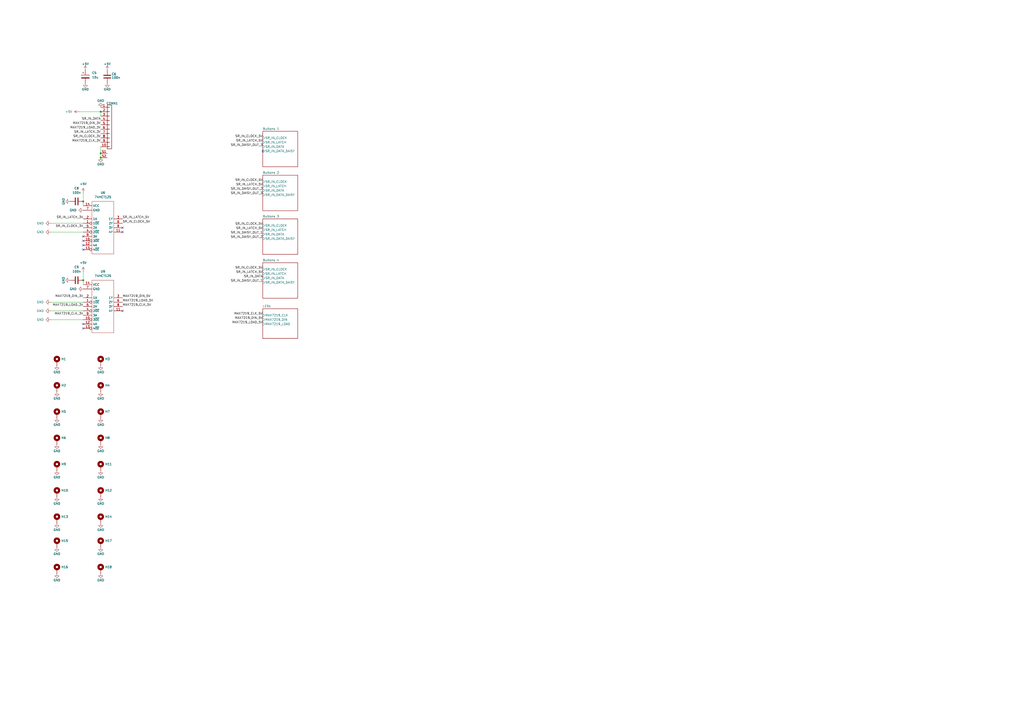
<source format=kicad_sch>
(kicad_sch (version 20250114) (generator "eeschema") (generator_version "9.0")
  (paper "A2")
  (lib_symbols
    (symbol "Connector_Generic:Conn_01x10" (pin_names (offset 1.016) (hide yes))
      (property "Reference" "CONN1" (at -1.778 11.684 0))
      (symbol "Conn_01x10_1_1"
        (rectangle (start -1.27 11.43) (end 1.27 -13.97) (stroke (width 0.254)))
        (rectangle (start -1.27 10.287) (end 0 10.033) (stroke (width 0.1524)))
        (rectangle (start -1.27 7.747) (end 0 7.493) (stroke (width 0.1524)))
        (rectangle (start -1.27 5.207) (end 0 4.953) (stroke (width 0.1524)))
        (rectangle (start -1.27 2.667) (end 0 2.413) (stroke (width 0.1524)))
        (rectangle (start -1.27 0.127) (end 0 -0.127) (stroke (width 0.1524)))
        (rectangle (start -1.27 -2.413) (end 0 -2.667) (stroke (width 0.1524)))
        (rectangle (start -1.27 -4.953) (end 0 -5.207) (stroke (width 0.1524)))
        (rectangle (start -1.27 -7.493) (end 0 -7.747) (stroke (width 0.1524)))
        (rectangle (start -1.27 -10.033) (end 0 -10.287) (stroke (width 0.1524)))
        (rectangle (start -1.27 -12.573) (end 0 -12.827) (stroke (width 0.1524)))
        (pin passive line (at -5.08 10.16 0) (length 3.81) (name "Pin_1") (number "1"))
        (pin passive line (at -5.08 7.62 0) (length 3.81) (name "Pin_2") (number "2"))
        (pin passive line (at -5.08 5.08 0) (length 3.81) (name "Pin_3") (number "3"))
        (pin passive line (at -5.08 2.54 0) (length 3.81) (name "Pin_4") (number "4"))
        (pin passive line (at -5.08 0 0) (length 3.81) (name "Pin_5") (number "5"))
        (pin passive line (at -5.08 -2.54 0) (length 3.81) (name "Pin_6") (number "6"))
        (pin passive line (at -5.08 -5.08 0) (length 3.81) (name "Pin_7") (number "7"))
        (pin passive line (at -5.08 -7.62 0) (length 3.81) (name "Pin_8") (number "8"))
        (pin passive line (at -5.08 -10.16 0) (length 3.81) (name "Pin_9") (number "9"))
        (pin passive line (at -5.08 -12.7 0) (length 3.81) (name "Pin_10") (number "10"))
        (pin passive line (at -5.08 -16.51 0) (length 3.81) (name "S1") (number "S1"))
        (pin passive line (at -5.08 -19.05 0) (length 3.81) (name "S2") (number "S2"))
      )
    )
    (symbol "Device:C" (pin_numbers (hide yes)) (pin_names (offset 0.254))
      (property "Reference" "C" (at 0.635 2.54 0))
      (property "Value" "C" (at 0.635 -2.54 0))
      (symbol "C_0_1"
        (polyline (pts (xy -2.032 0.762) (xy 2.032 0.762)) (stroke (width 0.508)))
        (polyline (pts (xy -2.032 -0.762) (xy 2.032 -0.762)) (stroke (width 0.508)))
      )
      (symbol "C_1_1"
        (pin passive line (at 0 3.81 270) (length 2.794) (name "~") (number "1"))
        (pin passive line (at 0 -3.81 90) (length 2.794) (name "~") (number "2"))
      )
    )
    (symbol "Device:C_Polarized" (pin_numbers (hide yes)) (pin_names (offset 0.254))
      (property "Reference" "C" (at 0.635 2.54 0))
      (property "Value" "C_Polarized" (at 0.635 -2.54 0))
      (symbol "C_Polarized_0_1"
        (rectangle (start -2.286 0.508) (end 2.286 1.016))
        (polyline (pts (xy -1.778 2.286) (xy -0.762 2.286)))
        (polyline (pts (xy -1.27 2.794) (xy -1.27 1.778)))
        (rectangle (start 2.286 -0.508) (end -2.286 -1.016) (fill (type outline)))
      )
      (symbol "C_Polarized_1_1"
        (pin passive line (at 0 3.81 270) (length 2.794) (name "~") (number "1"))
        (pin passive line (at 0 -3.81 90) (length 2.794) (name "~") (number "2"))
      )
    )
    (symbol "Mechanical:MountingHole_Pad" (pin_numbers (hide yes)) (pin_names (offset 1.016) (hide yes)) (in_bom no)
      (property "Reference" "H" (at 0 6.35 0))
      (property "Value" "MountingHole_Pad" (at 0 4.445 0))
      (symbol "MountingHole_Pad_0_1"
        (circle (center 0 1.27) (radius 1.27) (stroke (width 1.27)))
      )
      (symbol "MountingHole_Pad_1_1"
        (pin input line (at 0 -2.54 90) (length 2.54) (name "1") (number "1"))
      )
    )
    (symbol "igor_lib:74AHCT125"
      (property "Reference" "U?" (at 6.35 34.29 0))
      (property "Value" "74AHCT125" (at 6.35 31.75 0))
      (symbol "74AHCT125_0_0"
        (pin power_in line (at -5.08 27.94 0) (length 5.08) (name "VCC") (number "14"))
      )
      (symbol "74AHCT125_0_1"
        (rectangle (start 0 30.48) (end 12.7 0))
      )
      (symbol "74AHCT125_1_1"
        (pin power_in line (at -5.08 25.4 0) (length 5.08) (name "GND") (number "7"))
        (pin input line (at -5.08 20.32 0) (length 5.08) (name "1A") (number "2"))
        (pin input inverted (at -5.08 17.78 0) (length 5.08) (name "1~{OE}") (number "1"))
        (pin input line (at -5.08 15.24 0) (length 5.08) (name "2A") (number "5"))
        (pin input inverted (at -5.08 12.7 0) (length 5.08) (name "2~{OE}") (number "4"))
        (pin input line (at -5.08 10.16 0) (length 5.08) (name "3A") (number "9"))
        (pin input inverted (at -5.08 7.62 0) (length 5.08) (name "3~{OE}") (number "10"))
        (pin input line (at -5.08 5.08 0) (length 5.08) (name "4A") (number "12"))
        (pin input inverted (at -5.08 2.54 0) (length 5.08) (name "4~{OE}") (number "13"))
        (pin output line (at 17.78 20.32 180) (length 5.08) (name "1Y") (number "3"))
        (pin output line (at 17.78 17.78 180) (length 5.08) (name "2Y") (number "6"))
        (pin output line (at 17.78 15.24 180) (length 5.08) (name "3Y") (number "8"))
        (pin output line (at 17.78 12.7 180) (length 5.08) (name "4Y") (number "11"))
      )
    )
    (symbol "power:+5V" (power) (pin_numbers (hide yes)) (pin_names (offset 0) (hide yes))
      (property "Value" "+5V" (at 0 3.556 0))
      (symbol "+5V_0_1"
        (polyline (pts (xy -0.762 1.27) (xy 0 2.54)))
        (polyline (pts (xy 0 2.54) (xy 0.762 1.27)))
        (polyline (pts (xy 0 0) (xy 0 2.54)))
      )
      (symbol "+5V_1_1"
        (pin power_in line (at 0 0 90) (length 0) (name "~") (number "1"))
      )
    )
    (symbol "power:GND" (power) (pin_numbers (hide yes)) (pin_names (offset 0) (hide yes))
      (property "Value" "GND" (at 0 -3.81 0))
      (symbol "GND_0_1"
        (polyline (pts (xy 0 0) (xy 0 -1.27) (xy 1.27 -1.27) (xy 0 -2.54) (xy -1.27 -1.27) (xy 0 -1.27)))
      )
      (symbol "GND_1_1"
        (pin power_in line (at 0 0 270) (length 0) (name "~") (number "1"))
      )
    )
  )
  (junction (at 58.42 88.9))
  (junction (at 48.26 162.56))
  (junction (at 58.42 91.44))
  (junction (at 58.42 64.77))
  (junction (at 48.26 116.84))
  (no_connect (at 48.26 142.24))
  (no_connect (at 71.12 132.08))
  (no_connect (at 71.12 180.34))
  (no_connect (at 48.26 137.16))
  (no_connect (at 48.26 144.78))
  (no_connect (at 71.12 134.62))
  (no_connect (at 152.4 87.63))
  (no_connect (at 48.26 187.96))
  (no_connect (at 48.26 190.5))
  (no_connect (at 48.26 139.7))
  (wire (pts (xy 58.42 85.09) (xy 58.42 88.9)))
  (wire (pts (xy 45.72 64.77) (xy 58.42 64.77)))
  (wire (pts (xy 48.26 162.56) (xy 48.26 165.1)))
  (wire (pts (xy 58.42 64.77) (xy 58.42 67.31)))
  (wire (pts (xy 29.21 134.62) (xy 48.26 134.62)))
  (wire (pts (xy 48.26 116.84) (xy 48.26 119.38)))
  (wire (pts (xy 58.42 88.9) (xy 58.42 91.44)))
  (wire (pts (xy 29.21 129.54) (xy 48.26 129.54)))
  (wire (pts (xy 29.21 185.42) (xy 48.26 185.42)))
  (wire (pts (xy 48.26 157.48) (xy 48.26 162.56)))
  (wire (pts (xy 29.21 175.26) (xy 48.26 175.26)))
  (wire (pts (xy 29.21 180.34) (xy 48.26 180.34)))
  (wire (pts (xy 48.26 111.76) (xy 48.26 116.84)))
  (label "SR_IN_DATA" (at 152.4 161.29 180))
  (label "SR_IN_DAISY_OUT_2" (at 152.4 138.43 180))
  (label "MAX7219_LOAD_3V" (at 58.42 74.93 180))
  (label "SR_IN_LATCH_5V" (at 71.12 127 0))
  (label "SR_IN_CLOCK_3V" (at 48.26 132.08 180))
  (label "MAX7219_CLK_3V" (at 48.26 182.88 180))
  (label "SR_IN_CLOCK_5V" (at 71.12 129.54 0))
  (label "SR_IN_DATA" (at 58.42 69.85 180))
  (label "SR_IN_CLOCK_5V" (at 152.4 130.81 180))
  (label "SR_IN_DAISY_OUT_1" (at 152.4 135.89 180))
  (label "SR_IN_DAISY_OUT_3" (at 152.4 85.09 180))
  (label "SR_IN_LATCH_3V" (at 48.26 127 180))
  (label "MAX7219_DIN_5V" (at 152.4 185.42 180))
  (label "MAX7219_CLK_5V" (at 71.12 177.8 0))
  (label "MAX7219_DIN_5V" (at 71.12 172.72 0))
  (label "MAX7219_LOAD_5V" (at 71.12 175.26 0))
  (label "SR_IN_DAISY_OUT_3" (at 152.4 113.03 180))
  (label "SR_IN_LATCH_5V" (at 152.4 158.75 180))
  (label "MAX7219_DIN_3V" (at 48.26 172.72 180))
  (label "SR_IN_DAISY_OUT_1" (at 152.4 163.83 180))
  (label "SR_IN_CLOCK_5V" (at 152.4 105.41 180))
  (label "SR_IN_DAISY_OUT_2" (at 152.4 110.49 180))
  (label "SR_IN_CLOCK_5V" (at 152.4 156.21 180))
  (label "MAX7219_LOAD_3V" (at 48.26 177.8 180))
  (label "SR_IN_CLOCK_3V" (at 58.42 80.01 180))
  (label "MAX7219_LOAD_5V" (at 152.4 187.96 180))
  (label "SR_IN_LATCH_3V" (at 58.42 77.47 180))
  (label "SR_IN_LATCH_5V" (at 152.4 107.95 180))
  (label "SR_IN_LATCH_5V" (at 152.4 82.55 180))
  (label "SR_IN_CLOCK_5V" (at 152.4 80.01 180))
  (label "SR_IN_LATCH_5V" (at 152.4 133.35 180))
  (label "MAX7219_CLK_5V" (at 152.4 182.88 180))
  (label "MAX7219_DIN_3V" (at 58.42 72.39 180))
  (label "MAX7219_CLK_3V" (at 58.42 82.55 180))
  (symbol (lib_id "power:+5V") (at 48.26 111.76 0) (unit 1)
    (property "Reference" "#PWR082" (effects (hide yes)))
    (property "Value" "+5V" (at 48.26 106.68 0))
    (property "Description" "Power symbol creates a global label with name \"+5V\"" (effects (hide yes)))
  )
  (symbol (lib_id "power:+5V") (at 49.53 40.64 0) (unit 1)
    (property "Reference" "#PWR074" (effects (hide yes)))
    (property "Value" "+5V" (at 49.53 37.084 0))
    (property "Description" "Power symbol creates a global label with name \"+5V\"" (effects (hide yes)))
  )
  (symbol (lib_id "power:GND") (at 33.02 242.57 0) (unit 1)
    (property "Reference" "#PWR059" (effects (hide yes)))
    (property "Value" "GND" (at 33.02 246.38 0))
    (property "Description" "Power symbol creates a global label with name \"GND\" , ground" (effects (hide yes)))
  )
  (symbol (lib_id "Mechanical:MountingHole_Pad") (at 33.02 330.2 0) (unit 1) (in_bom no)
    (property "Reference" "H16" (at 35.56 328.9299 0) (effects (justify left)))
    (property "Value" "MountingHole_Pad" (effects (hide yes)))
    (property "Footprint" "MountingHole:MountingHole_2.5mm_Pad" (effects (hide yes)))
    (property "Description" "Mounting Hole with connection" (effects (hide yes)))
  )
  (symbol (lib_id "Mechanical:MountingHole_Pad") (at 33.02 240.03 0) (unit 1) (in_bom no)
    (property "Reference" "H5" (at 35.56 238.7599 0) (effects (justify left)))
    (property "Value" "MountingHole_Pad" (effects (hide yes)))
    (property "Footprint" "MountingHole:MountingHole_2.5mm_Pad" (effects (hide yes)))
    (property "Description" "Mounting Hole with connection" (effects (hide yes)))
  )
  (symbol (lib_id "power:GND") (at 58.42 212.09 0) (unit 1)
    (property "Reference" "#PWR056" (effects (hide yes)))
    (property "Value" "GND" (at 58.42 215.9 0))
    (property "Description" "Power symbol creates a global label with name \"GND\" , ground" (effects (hide yes)))
  )
  (symbol (lib_id "power:GND") (at 29.21 185.42 270) (unit 1)
    (property "Reference" "#PWR0136" (effects (hide yes)))
    (property "Value" "GND" (at 25.4 185.4199 90) (effects (justify right)))
  )
  (symbol (lib_id "power:GND") (at 33.02 332.74 0) (unit 1)
    (property "Reference" "#PWR070" (effects (hide yes)))
    (property "Value" "GND" (at 33.02 336.55 0))
    (property "Description" "Power symbol creates a global label with name \"GND\" , ground" (effects (hide yes)))
  )
  (symbol (lib_id "power:GND") (at 29.21 180.34 270) (unit 1)
    (property "Reference" "#PWR0137" (effects (hide yes)))
    (property "Value" "GND" (at 25.4 180.3399 90) (effects (justify right)))
  )
  (symbol (lib_id "igor_lib:74AHCT125") (at 53.34 147.32 0) (unit 1)
    (property "Reference" "U6" (at 59.69 111.76 0))
    (property "Value" "74HCT125" (at 59.69 114.3 0))
    (property "Footprint" "Package_SO:TSSOP-14_4.4x5mm_P0.65mm" (effects (hide yes)))
    (property "LCSC" "C36365" (effects (hide yes)))
  )
  (symbol (lib_id "power:GND") (at 29.21 134.62 270) (unit 1)
    (property "Reference" "#PWR079" (effects (hide yes)))
    (property "Value" "GND" (at 25.4 134.6199 90) (effects (justify right)))
  )
  (symbol (lib_id "Mechanical:MountingHole_Pad") (at 33.02 285.75 0) (unit 1) (in_bom no)
    (property "Reference" "H10" (at 35.56 284.4799 0) (effects (justify left)))
    (property "Value" "MountingHole_Pad" (effects (hide yes)))
    (property "Footprint" "MountingHole:MountingHole_2.5mm_Pad" (effects (hide yes)))
    (property "Description" "Mounting Hole with connection" (effects (hide yes)))
  )
  (symbol (lib_id "power:GND") (at 62.23 48.26 0) (unit 1)
    (property "Reference" "#PWR077" (effects (hide yes)))
    (property "Value" "GND" (at 62.23 51.816 0))
    (property "Description" "Power symbol creates a global label with name \"GND\" , ground" (effects (hide yes)))
  )
  (symbol (lib_id "Mechanical:MountingHole_Pad") (at 58.42 300.99 0) (unit 1) (in_bom no)
    (property "Reference" "H14" (at 60.96 299.7199 0) (effects (justify left)))
    (property "Value" "MountingHole_Pad" (effects (hide yes)))
    (property "Footprint" "MountingHole:MountingHole_2.5mm_Pad" (effects (hide yes)))
    (property "Description" "Mounting Hole with connection" (effects (hide yes)))
  )
  (symbol (lib_id "power:GND") (at 58.42 317.5 0) (unit 1)
    (property "Reference" "#PWR071" (effects (hide yes)))
    (property "Value" "GND" (at 58.42 321.31 0))
    (property "Description" "Power symbol creates a global label with name \"GND\" , ground" (effects (hide yes)))
  )
  (symbol (lib_id "Mechanical:MountingHole_Pad") (at 58.42 224.79 0) (unit 1) (in_bom no)
    (property "Reference" "H4" (at 60.96 223.5199 0) (effects (justify left)))
    (property "Value" "MountingHole_Pad" (effects (hide yes)))
    (property "Footprint" "MountingHole:MountingHole_2.5mm_Pad" (effects (hide yes)))
    (property "Description" "Mounting Hole with connection" (effects (hide yes)))
  )
  (symbol (lib_id "Mechanical:MountingHole_Pad") (at 58.42 270.51 0) (unit 1) (in_bom no)
    (property "Reference" "H11" (at 60.96 269.2399 0) (effects (justify left)))
    (property "Value" "MountingHole_Pad" (effects (hide yes)))
    (property "Footprint" "MountingHole:MountingHole_2.5mm_Pad" (effects (hide yes)))
    (property "Description" "Mounting Hole with connection" (effects (hide yes)))
  )
  (symbol (lib_id "power:GND") (at 33.02 257.81 0) (unit 1)
    (property "Reference" "#PWR060" (effects (hide yes)))
    (property "Value" "GND" (at 33.02 261.62 0))
    (property "Description" "Power symbol creates a global label with name \"GND\" , ground" (effects (hide yes)))
  )
  (symbol (lib_id "power:GND") (at 33.02 317.5 0) (unit 1)
    (property "Reference" "#PWR069" (effects (hide yes)))
    (property "Value" "GND" (at 33.02 321.31 0))
    (property "Description" "Power symbol creates a global label with name \"GND\" , ground" (effects (hide yes)))
  )
  (symbol (lib_id "power:GND") (at 58.42 332.74 0) (unit 1)
    (property "Reference" "#PWR072" (effects (hide yes)))
    (property "Value" "GND" (at 58.42 336.55 0))
    (property "Description" "Power symbol creates a global label with name \"GND\" , ground" (effects (hide yes)))
  )
  (symbol (lib_id "Mechanical:MountingHole_Pad") (at 58.42 255.27 0) (unit 1) (in_bom no)
    (property "Reference" "H8" (at 60.96 253.9999 0) (effects (justify left)))
    (property "Value" "MountingHole_Pad" (effects (hide yes)))
    (property "Footprint" "MountingHole:MountingHole_2.5mm_Pad" (effects (hide yes)))
    (property "Description" "Mounting Hole with connection" (effects (hide yes)))
  )
  (symbol (lib_id "power:GND") (at 29.21 175.26 270) (unit 1)
    (property "Reference" "#PWR0138" (effects (hide yes)))
    (property "Value" "GND" (at 25.4 175.2599 90) (effects (justify right)))
  )
  (symbol (lib_id "power:GND") (at 58.42 91.44 0) (unit 1)
    (property "Reference" "#PWR014" (effects (hide yes)))
    (property "Value" "GND" (at 58.42 95.25 0))
    (property "Description" "Power symbol creates a global label with name \"GND\" , ground" (effects (hide yes)))
  )
  (symbol (lib_id "Mechanical:MountingHole_Pad") (at 58.42 209.55 0) (unit 1) (in_bom no)
    (property "Reference" "H3" (at 60.96 208.2799 0) (effects (justify left)))
    (property "Value" "MountingHole_Pad" (effects (hide yes)))
    (property "Footprint" "MountingHole:MountingHole_2.5mm_Pad" (effects (hide yes)))
    (property "Description" "Mounting Hole with connection" (effects (hide yes)))
  )
  (symbol (lib_id "power:GND") (at 58.42 62.23 180) (unit 1)
    (property "Reference" "#PWR013" (effects (hide yes)))
    (property "Value" "GND" (at 58.42 58.42 0))
    (property "Description" "Power symbol creates a global label with name \"GND\" , ground" (effects (hide yes)))
  )
  (symbol (lib_id "power:GND") (at 48.26 167.64 270) (unit 1)
    (property "Reference" "#PWR0140" (effects (hide yes)))
    (property "Value" "GND" (at 44.45 167.6399 90) (effects (justify right)))
  )
  (symbol (lib_id "Mechanical:MountingHole_Pad") (at 58.42 314.96 0) (unit 1) (in_bom no)
    (property "Reference" "H17" (at 60.96 313.6899 0) (effects (justify left)))
    (property "Value" "MountingHole_Pad" (effects (hide yes)))
    (property "Footprint" "MountingHole:MountingHole_2.5mm_Pad" (effects (hide yes)))
    (property "Description" "Mounting Hole with connection" (effects (hide yes)))
  )
  (symbol (lib_id "Device:C_Polarized") (at 49.53 44.45 0) (unit 1)
    (property "Reference" "C5" (at 53.34 42.2909 0) (effects (justify left)))
    (property "Value" "10u" (at 53.34 44.8309 0) (effects (justify left)))
    (property "Footprint" "Capacitor_SMD:CP_Elec_4x5.4" (effects (hide yes)))
    (property "Description" "Polarized capacitor" (effects (hide yes)))
    (property "LCSC" "C4747968" (effects (hide yes)))
  )
  (symbol (lib_id "power:GND") (at 49.53 48.26 0) (unit 1)
    (property "Reference" "#PWR075" (effects (hide yes)))
    (property "Value" "GND" (at 49.53 51.816 0))
    (property "Description" "Power symbol creates a global label with name \"GND\" , ground" (effects (hide yes)))
  )
  (symbol (lib_id "Mechanical:MountingHole_Pad") (at 33.02 314.96 0) (unit 1) (in_bom no)
    (property "Reference" "H15" (at 35.56 313.6899 0) (effects (justify left)))
    (property "Value" "MountingHole_Pad" (effects (hide yes)))
    (property "Footprint" "MountingHole:MountingHole_2.5mm_Pad" (effects (hide yes)))
    (property "Description" "Mounting Hole with connection" (effects (hide yes)))
  )
  (symbol (lib_id "power:GND") (at 58.42 303.53 0) (unit 1)
    (property "Reference" "#PWR068" (effects (hide yes)))
    (property "Value" "GND" (at 58.42 307.34 0))
    (property "Description" "Power symbol creates a global label with name \"GND\" , ground" (effects (hide yes)))
  )
  (symbol (lib_id "Mechanical:MountingHole_Pad") (at 33.02 224.79 0) (unit 1) (in_bom no)
    (property "Reference" "H2" (at 35.56 223.5199 0) (effects (justify left)))
    (property "Value" "MountingHole_Pad" (effects (hide yes)))
    (property "Footprint" "MountingHole:MountingHole_2.5mm_Pad" (effects (hide yes)))
    (property "Description" "Mounting Hole with connection" (effects (hide yes)))
  )
  (symbol (lib_id "power:GND") (at 33.02 227.33 0) (unit 1)
    (property "Reference" "#PWR057" (effects (hide yes)))
    (property "Value" "GND" (at 33.02 231.14 0))
    (property "Description" "Power symbol creates a global label with name \"GND\" , ground" (effects (hide yes)))
  )
  (symbol (lib_id "power:GND") (at 29.21 129.54 270) (unit 1)
    (property "Reference" "#PWR078" (effects (hide yes)))
    (property "Value" "GND" (at 25.4 129.5399 90) (effects (justify right)))
  )
  (symbol (lib_id "power:+5V") (at 45.72 64.77 90) (unit 1)
    (property "Reference" "#PWR011" (effects (hide yes)))
    (property "Value" "+5V" (at 41.91 64.7699 90) (effects (justify left)))
    (property "Description" "Power symbol creates a global label with name \"+5V\"" (effects (hide yes)))
  )
  (symbol (lib_id "Mechanical:MountingHole_Pad") (at 33.02 255.27 0) (unit 1) (in_bom no)
    (property "Reference" "H6" (at 35.56 253.9999 0) (effects (justify left)))
    (property "Value" "MountingHole_Pad" (effects (hide yes)))
    (property "Footprint" "MountingHole:MountingHole_2.5mm_Pad" (effects (hide yes)))
    (property "Description" "Mounting Hole with connection" (effects (hide yes)))
  )
  (symbol (lib_id "power:GND") (at 33.02 288.29 0) (unit 1)
    (property "Reference" "#PWR064" (effects (hide yes)))
    (property "Value" "GND" (at 33.02 292.1 0))
    (property "Description" "Power symbol creates a global label with name \"GND\" , ground" (effects (hide yes)))
  )
  (symbol (lib_id "power:GND") (at 33.02 212.09 0) (unit 1)
    (property "Reference" "#PWR055" (effects (hide yes)))
    (property "Value" "GND" (at 33.02 215.9 0))
    (property "Description" "Power symbol creates a global label with name \"GND\" , ground" (effects (hide yes)))
  )
  (symbol (lib_id "power:GND") (at 58.42 257.81 0) (unit 1)
    (property "Reference" "#PWR062" (effects (hide yes)))
    (property "Value" "GND" (at 58.42 261.62 0))
    (property "Description" "Power symbol creates a global label with name \"GND\" , ground" (effects (hide yes)))
  )
  (symbol (lib_id "Mechanical:MountingHole_Pad") (at 33.02 270.51 0) (unit 1) (in_bom no)
    (property "Reference" "H9" (at 35.56 269.2399 0) (effects (justify left)))
    (property "Value" "MountingHole_Pad" (effects (hide yes)))
    (property "Footprint" "MountingHole:MountingHole_2.5mm_Pad" (effects (hide yes)))
    (property "Description" "Mounting Hole with connection" (effects (hide yes)))
  )
  (symbol (lib_id "power:GND") (at 48.26 121.92 270) (unit 1)
    (property "Reference" "#PWR083" (effects (hide yes)))
    (property "Value" "GND" (at 44.45 121.9199 90) (effects (justify right)))
  )
  (symbol (lib_id "power:+5V") (at 62.23 40.64 0) (unit 1)
    (property "Reference" "#PWR076" (effects (hide yes)))
    (property "Value" "+5V" (at 62.23 37.084 0))
    (property "Description" "Power symbol creates a global label with name \"+5V\"" (effects (hide yes)))
  )
  (symbol (lib_id "power:GND") (at 33.02 273.05 0) (unit 1)
    (property "Reference" "#PWR063" (effects (hide yes)))
    (property "Value" "GND" (at 33.02 276.86 0))
    (property "Description" "Power symbol creates a global label with name \"GND\" , ground" (effects (hide yes)))
  )
  (symbol (lib_id "power:GND") (at 58.42 227.33 0) (unit 1)
    (property "Reference" "#PWR058" (effects (hide yes)))
    (property "Value" "GND" (at 58.42 231.14 0))
    (property "Description" "Power symbol creates a global label with name \"GND\" , ground" (effects (hide yes)))
  )
  (symbol (lib_id "Connector_Generic:Conn_01x10") (at 63.5 72.39 0) (unit 1)
    (property "Reference" "CONN1" (at 61.722 60.706 0) (effects (justify left bottom)))
    (property "Footprint" "Igor:CONN_SM10B-SRSS-TB_JST" (effects (hide yes)))
    (property "Description" "Generic connector, single row, 01x10, script generated (kicad-library-utils/schlib/autogen/connector/)" (effects (hide yes)))
    (property "LCSC" "C160409" (effects (hide yes)))
  )
  (symbol (lib_id "power:+5V") (at 48.26 157.48 0) (unit 1)
    (property "Reference" "#PWR051" (effects (hide yes)))
    (property "Value" "+5V" (at 48.26 152.4 0))
    (property "Description" "Power symbol creates a global label with name \"+5V\"" (effects (hide yes)))
  )
  (symbol (lib_id "Mechanical:MountingHole_Pad") (at 58.42 285.75 0) (unit 1) (in_bom no)
    (property "Reference" "H12" (at 60.96 284.4799 0) (effects (justify left)))
    (property "Value" "MountingHole_Pad" (effects (hide yes)))
    (property "Footprint" "MountingHole:MountingHole_2.5mm_Pad" (effects (hide yes)))
    (property "Description" "Mounting Hole with connection" (effects (hide yes)))
  )
  (symbol (lib_id "Device:C") (at 44.45 162.56 90) (unit 1)
    (property "Reference" "C9" (at 44.45 154.94 90))
    (property "Value" "100n" (at 44.45 157.48 90))
    (property "Footprint" "Capacitor_SMD:C_0402_1005Metric" (effects (hide yes)))
    (property "LCSC" "C1525" (effects (hide yes)))
  )
  (symbol (lib_id "Mechanical:MountingHole_Pad") (at 33.02 300.99 0) (unit 1) (in_bom no)
    (property "Reference" "H13" (at 35.56 299.7199 0) (effects (justify left)))
    (property "Value" "MountingHole_Pad" (effects (hide yes)))
    (property "Footprint" "MountingHole:MountingHole_2.5mm_Pad" (effects (hide yes)))
    (property "Description" "Mounting Hole with connection" (effects (hide yes)))
  )
  (symbol (lib_id "Device:C") (at 44.45 116.84 90) (unit 1)
    (property "Reference" "C8" (at 44.45 109.22 90))
    (property "Value" "100n" (at 44.45 111.76 90))
    (property "Footprint" "Capacitor_SMD:C_0402_1005Metric" (effects (hide yes)))
    (property "LCSC" "C1525" (effects (hide yes)))
  )
  (symbol (lib_id "power:GND") (at 58.42 273.05 0) (unit 1)
    (property "Reference" "#PWR065" (effects (hide yes)))
    (property "Value" "GND" (at 58.42 276.86 0))
    (property "Description" "Power symbol creates a global label with name \"GND\" , ground" (effects (hide yes)))
  )
  (symbol (lib_id "Mechanical:MountingHole_Pad") (at 33.02 209.55 0) (unit 1) (in_bom no)
    (property "Reference" "H1" (at 35.56 208.2799 0) (effects (justify left)))
    (property "Value" "MountingHole_Pad" (effects (hide yes)))
    (property "Footprint" "MountingHole:MountingHole_2.5mm_Pad" (effects (hide yes)))
    (property "Description" "Mounting Hole with connection" (effects (hide yes)))
  )
  (symbol (lib_id "power:GND") (at 33.02 303.53 0) (unit 1)
    (property "Reference" "#PWR067" (effects (hide yes)))
    (property "Value" "GND" (at 33.02 307.34 0))
    (property "Description" "Power symbol creates a global label with name \"GND\" , ground" (effects (hide yes)))
  )
  (symbol (lib_id "power:GND") (at 40.64 162.56 270) (unit 1)
    (property "Reference" "#PWR053" (effects (hide yes)))
    (property "Value" "GND" (at 36.83 162.56 0))
    (property "Description" "Power symbol creates a global label with name \"GND\" , ground" (effects (hide yes)))
  )
  (symbol (lib_id "power:GND") (at 58.42 242.57 0) (unit 1)
    (property "Reference" "#PWR061" (effects (hide yes)))
    (property "Value" "GND" (at 58.42 246.38 0))
    (property "Description" "Power symbol creates a global label with name \"GND\" , ground" (effects (hide yes)))
  )
  (symbol (lib_id "power:GND") (at 58.42 288.29 0) (unit 1)
    (property "Reference" "#PWR066" (effects (hide yes)))
    (property "Value" "GND" (at 58.42 292.1 0))
    (property "Description" "Power symbol creates a global label with name \"GND\" , ground" (effects (hide yes)))
  )
  (symbol (lib_id "power:GND") (at 40.64 116.84 270) (unit 1)
    (property "Reference" "#PWR081" (effects (hide yes)))
    (property "Value" "GND" (at 36.83 116.84 0))
    (property "Description" "Power symbol creates a global label with name \"GND\" , ground" (effects (hide yes)))
  )
  (symbol (lib_id "Device:C") (at 62.23 44.45 0) (unit 1)
    (property "Reference" "C6" (at 64.77 43.688 0) (effects (justify left bottom)))
    (property "Value" "100n" (at 64.77 45.72 0) (effects (justify left bottom)))
    (property "Footprint" "Capacitor_SMD:C_0402_1005Metric" (effects (hide yes)))
    (property "Description" "Unpolarized capacitor" (effects (hide yes)))
    (property "LCSC" "C1525" (effects (hide yes)))
  )
  (symbol (lib_id "Mechanical:MountingHole_Pad") (at 58.42 330.2 0) (unit 1) (in_bom no)
    (property "Reference" "H18" (at 60.96 328.9299 0) (effects (justify left)))
    (property "Value" "MountingHole_Pad" (effects (hide yes)))
    (property "Footprint" "MountingHole:MountingHole_2.5mm_Pad" (effects (hide yes)))
    (property "Description" "Mounting Hole with connection" (effects (hide yes)))
  )
  (symbol (lib_id "Mechanical:MountingHole_Pad") (at 58.42 240.03 0) (unit 1) (in_bom no)
    (property "Reference" "H7" (at 60.96 238.7599 0) (effects (justify left)))
    (property "Value" "MountingHole_Pad" (effects (hide yes)))
    (property "Footprint" "MountingHole:MountingHole_2.5mm_Pad" (effects (hide yes)))
    (property "Description" "Mounting Hole with connection" (effects (hide yes)))
  )
  (symbol (lib_id "igor_lib:74AHCT125") (at 53.34 193.04 0) (unit 1)
    (property "Reference" "U9" (at 59.69 157.48 0))
    (property "Value" "74HCT125" (at 59.69 160.02 0))
    (property "Footprint" "Package_SO:TSSOP-14_4.4x5mm_P0.65mm" (effects (hide yes)))
    (property "LCSC" "C36365" (effects (hide yes)))
  )
  (sheet (at 152.4 127) (size 20.32 20.574) (stroke (width 0.1524))
    (property "Sheetname" "Buttons 3" (at 152.4 126.2884 0) (effects (justify left bottom)))
    (property "Sheetfile" "Buttons.kicad_sch" (effects (hide yes)))
    (pin "SR_IN_CLOCK" input (at 152.4 130.81 180))
    (pin "SR_IN_LATCH" input (at 152.4 133.35 180))
    (pin "SR_IN_DATA" input (at 152.4 135.89 180))
    (pin "SR_IN_DATA_DAISY" input (at 152.4 138.43 180))
  )
  (sheet (at 152.4 152.4) (size 20.32 20.574) (stroke (width 0.1524))
    (property "Sheetname" "Buttons 4" (at 152.4 151.6884 0) (effects (justify left bottom)))
    (property "Sheetfile" "Buttons.kicad_sch" (effects (hide yes)))
    (pin "SR_IN_CLOCK" input (at 152.4 156.21 180))
    (pin "SR_IN_LATCH" input (at 152.4 158.75 180))
    (pin "SR_IN_DATA" input (at 152.4 161.29 180))
    (pin "SR_IN_DATA_DAISY" input (at 152.4 163.83 180))
  )
  (sheet (at 152.4 76.2) (size 20.32 20.574) (stroke (width 0.1524))
    (property "Sheetname" "Buttons 1" (at 152.4 75.4884 0) (effects (justify left bottom)))
    (property "Sheetfile" "Buttons.kicad_sch" (effects (hide yes)))
    (pin "SR_IN_CLOCK" input (at 152.4 80.01 180))
    (pin "SR_IN_LATCH" input (at 152.4 82.55 180))
    (pin "SR_IN_DATA" input (at 152.4 85.09 180))
    (pin "SR_IN_DATA_DAISY" input (at 152.4 87.63 180))
  )
  (sheet (at 152.4 179.07) (size 20.32 17.272) (stroke (width 0.1524))
    (property "Sheetname" "LEDs" (at 152.4 178.3584 0) (effects (justify left bottom)))
    (property "Sheetfile" "LEDs.kicad_sch" (effects (hide yes)))
    (pin "MAX7219_CLK" input (at 152.4 182.88 180))
    (pin "MAX7219_DIN" input (at 152.4 185.42 180))
    (pin "MAX7219_LOAD" input (at 152.4 187.96 180))
  )
  (sheet (at 152.4 101.6) (size 20.32 20.574) (stroke (width 0.1524))
    (property "Sheetname" "Buttons 2" (at 152.4 100.8884 0) (effects (justify left bottom)))
    (property "Sheetfile" "Buttons.kicad_sch" (effects (hide yes)))
    (pin "SR_IN_CLOCK" input (at 152.4 105.41 180))
    (pin "SR_IN_LATCH" input (at 152.4 107.95 180))
    (pin "SR_IN_DATA" input (at 152.4 110.49 180))
    (pin "SR_IN_DATA_DAISY" input (at 152.4 113.03 180))
  )
)
</source>
